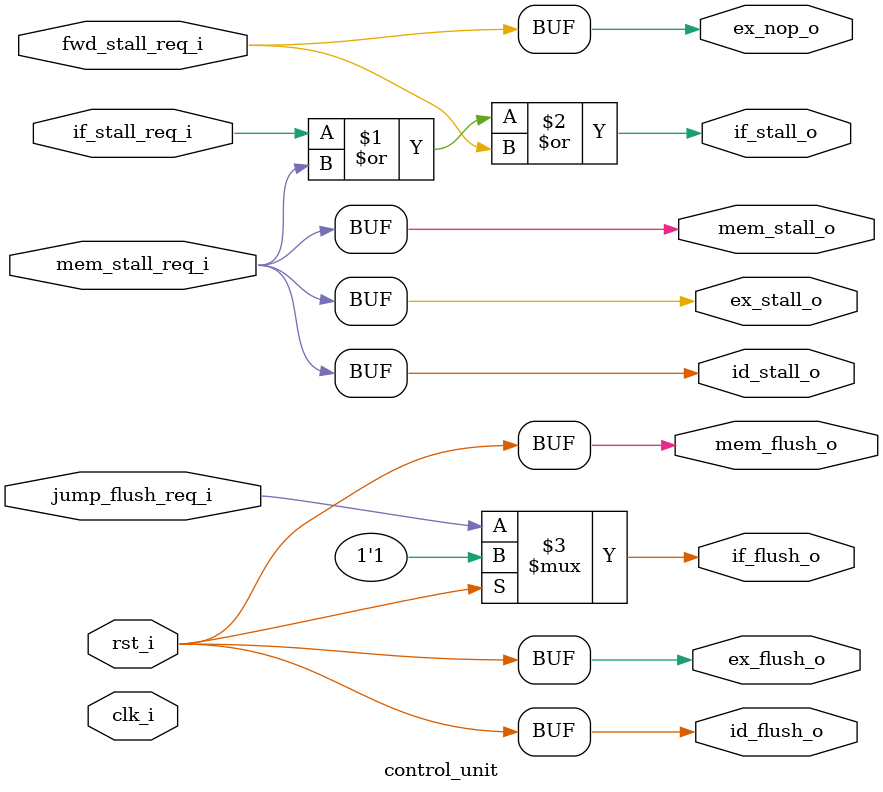
<source format=v>


module control_unit (
			input 		clk_i,
			input 		rst_i,
			input 		jump_flush_req_i,
			input 		if_stall_req_i,
			input   	mem_stall_req_i,
			input 		fwd_stall_req_i,
	//		input 	exception,
			output 		if_stall_o, 
			output 		id_stall_o,
			output 		ex_stall_o,
			output  	mem_stall_o,
			output 	 	if_flush_o,
			output 	 	id_flush_o,
			output 	 	ex_flush_o,
			output 	 	mem_flush_o,
			output 		ex_nop_o  ); 

		
		assign 	mem_stall_o = mem_stall_req_i;
		assign 	ex_stall_o  = mem_stall_o; 
		assign  id_stall_o  = ex_stall_o; 
		assign  if_stall_o  = if_stall_req_i | id_stall_o | fwd_stall_req_i; 
		
       		//NOPS 
		assign ex_nop_o = fwd_stall_req_i; 
		
		//FLUSHES
		assign if_flush_o = (rst_i)? 1'b1 : jump_flush_req_i; 
		assign id_flush_o =  rst_i;
		assign ex_flush_o =  rst_i;
		assign mem_flush_o =  rst_i;
		/*always @(posedge clk_i) begin
			if(rst_i) begin
				if_flush  <= 1'b1; 
				id_flush  <= 1'b1;
				ex_flush  <= 1'b1; 
				mem_flush <= 1'b1; 
			end else begin
				if_flush   <= jump_flush_req; 
				id_flush   <= 1'b0; 
				ex_flush   <= 1'b0; 
				mem_flush  <= 1'b0;
			end
		end */
endmodule 	


</source>
